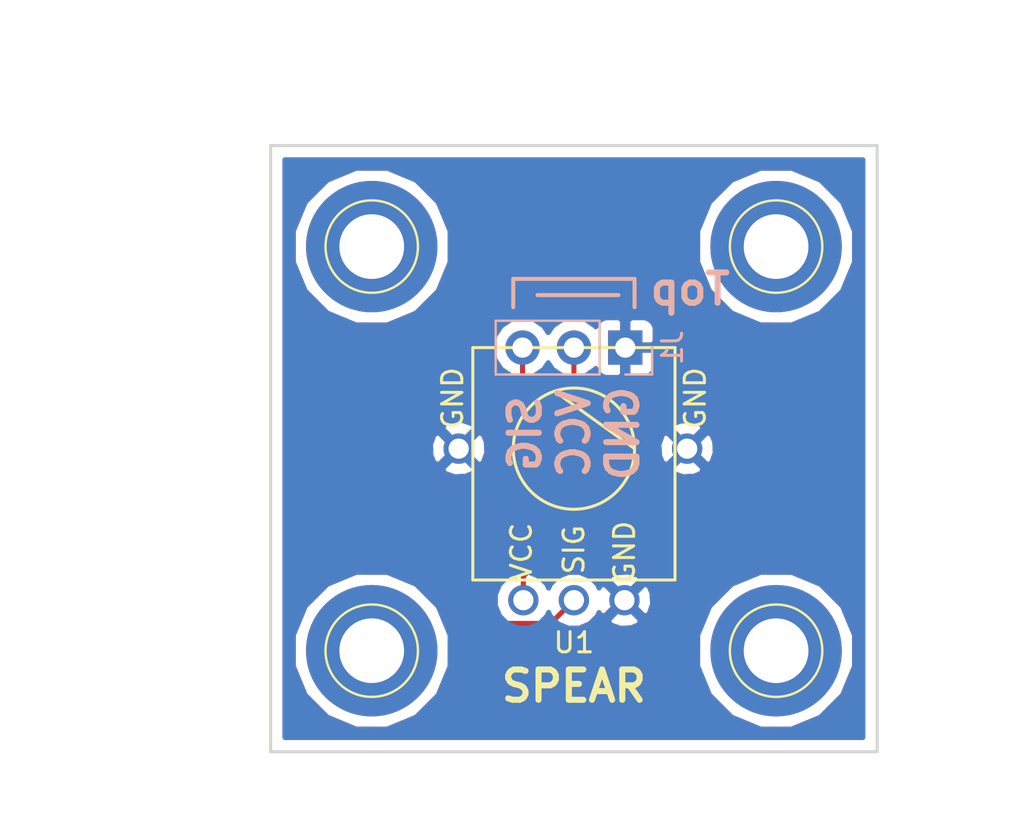
<source format=kicad_pcb>
(kicad_pcb (version 4) (host pcbnew 4.0.7)

  (general
    (links 5)
    (no_connects 0)
    (area 119.924999 84.924999 150.075001 115.075001)
    (thickness 1.6)
    (drawings 17)
    (tracks 9)
    (zones 0)
    (modules 6)
    (nets 4)
  )

  (page A4)
  (layers
    (0 F.Cu signal)
    (31 B.Cu signal)
    (32 B.Adhes user)
    (33 F.Adhes user)
    (34 B.Paste user)
    (35 F.Paste user)
    (36 B.SilkS user)
    (37 F.SilkS user)
    (38 B.Mask user)
    (39 F.Mask user)
    (40 Dwgs.User user)
    (41 Cmts.User user)
    (42 Eco1.User user)
    (43 Eco2.User user)
    (44 Edge.Cuts user)
    (45 Margin user)
    (46 B.CrtYd user)
    (47 F.CrtYd user)
    (48 B.Fab user)
    (49 F.Fab user)
  )

  (setup
    (last_trace_width 0.25)
    (trace_clearance 0.2)
    (zone_clearance 0.508)
    (zone_45_only no)
    (trace_min 0.2)
    (segment_width 0.2)
    (edge_width 0.15)
    (via_size 0.6)
    (via_drill 0.4)
    (via_min_size 0.4)
    (via_min_drill 0.3)
    (uvia_size 0.3)
    (uvia_drill 0.1)
    (uvias_allowed no)
    (uvia_min_size 0.2)
    (uvia_min_drill 0.1)
    (pcb_text_width 0.3)
    (pcb_text_size 1.5 1.5)
    (mod_edge_width 0.15)
    (mod_text_size 1 1)
    (mod_text_width 0.15)
    (pad_size 6.5 6.5)
    (pad_drill 3.2)
    (pad_to_mask_clearance 0.2)
    (aux_axis_origin 120 70)
    (grid_origin 120 115)
    (visible_elements 7FFFFFFF)
    (pcbplotparams
      (layerselection 0x010f0_80000001)
      (usegerberextensions false)
      (excludeedgelayer true)
      (linewidth 0.100000)
      (plotframeref false)
      (viasonmask false)
      (mode 1)
      (useauxorigin false)
      (hpglpennumber 1)
      (hpglpenspeed 20)
      (hpglpendiameter 15)
      (hpglpenoverlay 2)
      (psnegative false)
      (psa4output false)
      (plotreference true)
      (plotvalue true)
      (plotinvisibletext false)
      (padsonsilk false)
      (subtractmaskfromsilk false)
      (outputformat 1)
      (mirror false)
      (drillshape 0)
      (scaleselection 1)
      (outputdirectory Gerbers/))
  )

  (net 0 "")
  (net 1 /GND)
  (net 2 /VCC)
  (net 3 /SIGNAL)

  (net_class Default "This is the default net class."
    (clearance 0.2)
    (trace_width 0.25)
    (via_dia 0.6)
    (via_drill 0.4)
    (uvia_dia 0.3)
    (uvia_drill 0.1)
    (add_net /GND)
    (add_net /SIGNAL)
    (add_net /VCC)
  )

  (module Pin_Headers:Pin_Header_Straight_1x03_Pitch2.54mm (layer B.Cu) (tedit 59650532) (tstamp 5B33A996)
    (at 137.54 95 90)
    (descr "Through hole straight pin header, 1x03, 2.54mm pitch, single row")
    (tags "Through hole pin header THT 1x03 2.54mm single row")
    (path /5B32667A)
    (fp_text reference J1 (at 0 2.33 90) (layer B.SilkS)
      (effects (font (size 1 1) (thickness 0.15)) (justify mirror))
    )
    (fp_text value Conn_01x03 (at 0 -7.41 90) (layer B.Fab)
      (effects (font (size 1 1) (thickness 0.15)) (justify mirror))
    )
    (fp_line (start -0.635 1.27) (end 1.27 1.27) (layer B.Fab) (width 0.1))
    (fp_line (start 1.27 1.27) (end 1.27 -6.35) (layer B.Fab) (width 0.1))
    (fp_line (start 1.27 -6.35) (end -1.27 -6.35) (layer B.Fab) (width 0.1))
    (fp_line (start -1.27 -6.35) (end -1.27 0.635) (layer B.Fab) (width 0.1))
    (fp_line (start -1.27 0.635) (end -0.635 1.27) (layer B.Fab) (width 0.1))
    (fp_line (start -1.33 -6.41) (end 1.33 -6.41) (layer B.SilkS) (width 0.12))
    (fp_line (start -1.33 -1.27) (end -1.33 -6.41) (layer B.SilkS) (width 0.12))
    (fp_line (start 1.33 -1.27) (end 1.33 -6.41) (layer B.SilkS) (width 0.12))
    (fp_line (start -1.33 -1.27) (end 1.33 -1.27) (layer B.SilkS) (width 0.12))
    (fp_line (start -1.33 0) (end -1.33 1.33) (layer B.SilkS) (width 0.12))
    (fp_line (start -1.33 1.33) (end 0 1.33) (layer B.SilkS) (width 0.12))
    (fp_line (start -1.8 1.8) (end -1.8 -6.85) (layer B.CrtYd) (width 0.05))
    (fp_line (start -1.8 -6.85) (end 1.8 -6.85) (layer B.CrtYd) (width 0.05))
    (fp_line (start 1.8 -6.85) (end 1.8 1.8) (layer B.CrtYd) (width 0.05))
    (fp_line (start 1.8 1.8) (end -1.8 1.8) (layer B.CrtYd) (width 0.05))
    (fp_text user %R (at 0 -2.54 360) (layer B.Fab)
      (effects (font (size 1 1) (thickness 0.15)) (justify mirror))
    )
    (pad 1 thru_hole rect (at 0 0 90) (size 1.7 1.7) (drill 1) (layers *.Cu *.Mask)
      (net 1 /GND))
    (pad 2 thru_hole oval (at 0 -2.54 90) (size 1.7 1.7) (drill 1) (layers *.Cu *.Mask)
      (net 2 /VCC))
    (pad 3 thru_hole oval (at 0 -5.08 90) (size 1.7 1.7) (drill 1) (layers *.Cu *.Mask)
      (net 3 /SIGNAL))
    (model ${KISYS3DMOD}/Pin_Headers.3dshapes/Pin_Header_Straight_1x03_Pitch2.54mm.wrl
      (at (xyz 0 0 0))
      (scale (xyz 1 1 1))
      (rotate (xyz 0 0 0))
    )
  )

  (module Connectors:1pin (layer F.Cu) (tedit 5B35C26C) (tstamp 5B33B2E1)
    (at 125 90)
    (descr "module 1 pin (ou trou mecanique de percage)")
    (tags DEV)
    (fp_text reference REF** (at 0 -3.048) (layer F.SilkS) hide
      (effects (font (size 1 1) (thickness 0.15)))
    )
    (fp_text value 1pin (at 0 3) (layer F.Fab)
      (effects (font (size 1 1) (thickness 0.15)))
    )
    (fp_circle (center 0 0) (end 2 0.8) (layer F.Fab) (width 0.1))
    (fp_circle (center 0 0) (end 2.6 0) (layer F.CrtYd) (width 0.05))
    (fp_circle (center 0 0) (end 0 -2.286) (layer F.SilkS) (width 0.12))
    (pad ~ thru_hole circle (at 0 0) (size 6.5 6.5) (drill 3.2) (layers *.Cu *.Mask))
  )

  (module Connectors:1pin (layer F.Cu) (tedit 5B35C274) (tstamp 5B33B2F0)
    (at 145 90)
    (descr "module 1 pin (ou trou mecanique de percage)")
    (tags DEV)
    (fp_text reference REF** (at 0 -3.048) (layer F.SilkS) hide
      (effects (font (size 1 1) (thickness 0.15)))
    )
    (fp_text value 1pin (at 0 3) (layer F.Fab)
      (effects (font (size 1 1) (thickness 0.15)))
    )
    (fp_circle (center 0 0) (end 2 0.8) (layer F.Fab) (width 0.1))
    (fp_circle (center 0 0) (end 2.6 0) (layer F.CrtYd) (width 0.05))
    (fp_circle (center 0 0) (end 0 -2.286) (layer F.SilkS) (width 0.12))
    (pad ~ thru_hole circle (at 0 0) (size 6.5 6.5) (drill 3.2) (layers *.Cu *.Mask))
  )

  (module Connectors:1pin (layer F.Cu) (tedit 5B35C257) (tstamp 5B33B302)
    (at 125 110)
    (descr "module 1 pin (ou trou mecanique de percage)")
    (tags DEV)
    (fp_text reference REF** (at 0 -3.048) (layer F.SilkS) hide
      (effects (font (size 1 1) (thickness 0.15)))
    )
    (fp_text value 1pin (at 0 3) (layer F.Fab)
      (effects (font (size 1 1) (thickness 0.15)))
    )
    (fp_circle (center 0 0) (end 2 0.8) (layer F.Fab) (width 0.1))
    (fp_circle (center 0 0) (end 2.6 0) (layer F.CrtYd) (width 0.05))
    (fp_circle (center 0 0) (end 0 -2.286) (layer F.SilkS) (width 0.12))
    (pad ~ thru_hole circle (at 0 0) (size 6.5 6.5) (drill 3.2) (layers *.Cu *.Mask))
  )

  (module Connectors:1pin (layer F.Cu) (tedit 5B35C262) (tstamp 5B33B312)
    (at 145 110)
    (descr "module 1 pin (ou trou mecanique de percage)")
    (tags DEV)
    (fp_text reference REF** (at 0 -3.048) (layer F.SilkS) hide
      (effects (font (size 1 1) (thickness 0.15)))
    )
    (fp_text value 1pin (at 0 3) (layer F.Fab)
      (effects (font (size 1 1) (thickness 0.15)))
    )
    (fp_circle (center 0 0) (end 2 0.8) (layer F.Fab) (width 0.1))
    (fp_circle (center 0 0) (end 2.6 0) (layer F.CrtYd) (width 0.05))
    (fp_circle (center 0 0) (end 0 -2.286) (layer F.SilkS) (width 0.12))
    (pad ~ thru_hole circle (at 0 0) (size 6.5 6.5) (drill 3.2) (layers *.Cu *.Mask))
  )

  (module pot:Potentiometer (layer F.Cu) (tedit 5B35BFD1) (tstamp 5B35C1CA)
    (at 135 100)
    (path /5B325F2E)
    (fp_text reference U1 (at 0 9.6) (layer F.SilkS)
      (effects (font (size 1 1) (thickness 0.15)))
    )
    (fp_text value Potentiometer (at 0 -5.7) (layer F.Fab)
      (effects (font (size 1 1) (thickness 0.15)))
    )
    (fp_line (start 3 0) (end -0.9 -2.8) (layer F.SilkS) (width 0.15))
    (fp_circle (center 0 0) (end 3 0) (layer F.SilkS) (width 0.15))
    (fp_line (start -5 -5) (end -5 6.5) (layer F.SilkS) (width 0.15))
    (fp_line (start 5 -5) (end -5 -5) (layer F.SilkS) (width 0.15))
    (fp_line (start 5 6.5) (end 5 -5) (layer F.SilkS) (width 0.15))
    (fp_line (start -5 6.5) (end 5 6.5) (layer F.SilkS) (width 0.15))
    (fp_text user GND (at -6 -2.5 90) (layer F.SilkS)
      (effects (font (size 1 1) (thickness 0.15)))
    )
    (fp_text user GND (at 6 -2.5 90) (layer F.SilkS)
      (effects (font (size 1 1) (thickness 0.15)))
    )
    (fp_text user GND (at 2.5 5.1 270) (layer F.SilkS)
      (effects (font (size 1 1) (thickness 0.15)))
    )
    (fp_text user SIG (at 0 5 90) (layer F.SilkS)
      (effects (font (size 1 1) (thickness 0.15)))
    )
    (fp_text user VCC (at -2.6 5.1 270) (layer F.SilkS)
      (effects (font (size 1 1) (thickness 0.15)))
    )
    (pad 1 thru_hole circle (at -2.5 7.5) (size 1.5 1.5) (drill 1) (layers *.Cu *.Mask)
      (net 2 /VCC))
    (pad 2 thru_hole circle (at 0 7.5) (size 1.5 1.5) (drill 1) (layers *.Cu *.Mask)
      (net 3 /SIGNAL))
    (pad 3 thru_hole circle (at 2.5 7.5) (size 1.5 1.5) (drill 1) (layers *.Cu *.Mask)
      (net 1 /GND))
    (pad 4 thru_hole circle (at -5.7 0) (size 1.5 1.5) (drill 1) (layers *.Cu *.Mask)
      (net 1 /GND))
    (pad 5 thru_hole circle (at 5.6 0) (size 1.5 1.5) (drill 1) (layers *.Cu *.Mask)
      (net 1 /GND))
    (model ../../../../../../Users/David/F09115N_38_ASM_cp.wrl
      (at (xyz 0 0 0.45))
      (scale (xyz 1 1 1))
      (rotate (xyz -0 0 0))
    )
  )

  (dimension 20 (width 0.3) (layer Cmts.User)
    (gr_text "20.000 mm" (at 135 79.65) (layer Cmts.User)
      (effects (font (size 1.5 1.5) (thickness 0.3)))
    )
    (feature1 (pts (xy 145 90) (xy 145 78.3)))
    (feature2 (pts (xy 125 90) (xy 125 78.3)))
    (crossbar (pts (xy 125 81) (xy 145 81)))
    (arrow1a (pts (xy 145 81) (xy 143.873496 81.586421)))
    (arrow1b (pts (xy 145 81) (xy 143.873496 80.413579)))
    (arrow2a (pts (xy 125 81) (xy 126.126504 81.586421)))
    (arrow2b (pts (xy 125 81) (xy 126.126504 80.413579)))
  )
  (dimension 20 (width 0.3) (layer Cmts.User)
    (gr_text "20.000 mm" (at 112.9 100 270) (layer Cmts.User)
      (effects (font (size 1.5 1.5) (thickness 0.3)))
    )
    (feature1 (pts (xy 125 110) (xy 111.55 110)))
    (feature2 (pts (xy 125 90) (xy 111.55 90)))
    (crossbar (pts (xy 114.25 90) (xy 114.25 110)))
    (arrow1a (pts (xy 114.25 110) (xy 113.663579 108.873496)))
    (arrow1b (pts (xy 114.25 110) (xy 114.836421 108.873496)))
    (arrow2a (pts (xy 114.25 90) (xy 113.663579 91.126504)))
    (arrow2b (pts (xy 114.25 90) (xy 114.836421 91.126504)))
  )
  (dimension 30 (width 0.3) (layer Cmts.User)
    (gr_text "30.000 mm" (at 154.6 100 90) (layer Cmts.User)
      (effects (font (size 1.5 1.5) (thickness 0.3)))
    )
    (feature1 (pts (xy 150 85) (xy 155.95 85)))
    (feature2 (pts (xy 150 115) (xy 155.95 115)))
    (crossbar (pts (xy 153.25 115) (xy 153.25 85)))
    (arrow1a (pts (xy 153.25 85) (xy 153.836421 86.126504)))
    (arrow1b (pts (xy 153.25 85) (xy 152.663579 86.126504)))
    (arrow2a (pts (xy 153.25 115) (xy 153.836421 113.873496)))
    (arrow2b (pts (xy 153.25 115) (xy 152.663579 113.873496)))
  )
  (dimension 30 (width 0.3) (layer Cmts.User)
    (gr_text "30.000 mm" (at 135 119.349999) (layer Cmts.User)
      (effects (font (size 1.5 1.5) (thickness 0.3)))
    )
    (feature1 (pts (xy 150 115) (xy 150 120.699999)))
    (feature2 (pts (xy 120 115) (xy 120 120.699999)))
    (crossbar (pts (xy 120 117.999999) (xy 150 117.999999)))
    (arrow1a (pts (xy 150 117.999999) (xy 148.873496 118.58642)))
    (arrow1b (pts (xy 150 117.999999) (xy 148.873496 117.413578)))
    (arrow2a (pts (xy 120 117.999999) (xy 121.126504 118.58642)))
    (arrow2b (pts (xy 120 117.999999) (xy 121.126504 117.413578)))
  )
  (gr_line (start 150 85) (end 150 115) (layer Edge.Cuts) (width 0.15))
  (gr_line (start 120 85) (end 150 85) (layer Edge.Cuts) (width 0.15))
  (gr_line (start 120 115) (end 120 85) (layer Edge.Cuts) (width 0.15))
  (gr_line (start 150 115) (end 150 115) (layer Edge.Cuts) (width 0.15))
  (gr_text SPEAR (at 135 111.75) (layer F.SilkS)
    (effects (font (size 1.5 1.5) (thickness 0.3)))
  )
  (gr_text Top (at 140.75 92.1) (layer B.SilkS)
    (effects (font (size 1.5 1.5) (thickness 0.3)) (justify mirror))
  )
  (gr_line (start 137.2 92.4) (end 133.2 92.4) (layer B.SilkS) (width 0.2))
  (gr_line (start 138 92.4) (end 138 93) (layer B.SilkS) (width 0.2))
  (gr_line (start 132 91.6) (end 132 93) (layer B.SilkS) (width 0.2))
  (gr_line (start 138 91.6) (end 132 91.6) (layer B.SilkS) (width 0.2))
  (gr_line (start 138 92.4) (end 138 91.6) (layer B.SilkS) (width 0.2))
  (gr_text "SIG\nVCC\nGND" (at 135 99.25 90) (layer B.SilkS)
    (effects (font (size 1.5 1.5) (thickness 0.3)) (justify mirror))
  )
  (gr_line (start 150 115) (end 120 115) (layer Edge.Cuts) (width 0.15))

  (segment (start 132.5 106.31) (end 135 103.81) (width 0.25) (layer F.Cu) (net 2))
  (segment (start 135 103.81) (end 135 95) (width 0.25) (layer F.Cu) (net 2))
  (segment (start 132.5 107.5) (end 132.5 106.31) (width 0.25) (layer F.Cu) (net 2))
  (segment (start 135 107.5) (end 133.85 108.65) (width 0.25) (layer F.Cu) (net 3))
  (segment (start 133.85 108.65) (end 131.43 108.65) (width 0.25) (layer F.Cu) (net 3))
  (segment (start 131.43 108.65) (end 130.16 107.38) (width 0.25) (layer F.Cu) (net 3))
  (segment (start 130.16 107.38) (end 130.16 104.84) (width 0.25) (layer F.Cu) (net 3))
  (segment (start 130.16 104.84) (end 132.46 102.54) (width 0.25) (layer F.Cu) (net 3))
  (segment (start 132.46 102.54) (end 132.46 95) (width 0.25) (layer F.Cu) (net 3))

  (zone (net 1) (net_name /GND) (layer F.Cu) (tstamp 0) (hatch edge 0.508)
    (connect_pads (clearance 0.508))
    (min_thickness 0.254)
    (fill yes (arc_segments 16) (thermal_gap 0.508) (thermal_bridge_width 0.508))
    (polygon
      (pts
        (xy 120.25 85.25) (xy 149.75 85.25) (xy 149.75 114.75) (xy 120.25 114.75)
      )
    )
    (filled_polygon
      (pts
        (xy 149.29 114.29) (xy 120.71 114.29) (xy 120.71 110.769384) (xy 121.114327 110.769384) (xy 121.704537 112.197801)
        (xy 122.796451 113.291623) (xy 124.223835 113.884324) (xy 125.769384 113.885673) (xy 127.197801 113.295463) (xy 128.291623 112.203549)
        (xy 128.884324 110.776165) (xy 128.884329 110.769384) (xy 141.114327 110.769384) (xy 141.704537 112.197801) (xy 142.796451 113.291623)
        (xy 144.223835 113.884324) (xy 145.769384 113.885673) (xy 147.197801 113.295463) (xy 148.291623 112.203549) (xy 148.884324 110.776165)
        (xy 148.885673 109.230616) (xy 148.295463 107.802199) (xy 147.203549 106.708377) (xy 145.776165 106.115676) (xy 144.230616 106.114327)
        (xy 142.802199 106.704537) (xy 141.708377 107.796451) (xy 141.115676 109.223835) (xy 141.114327 110.769384) (xy 128.884329 110.769384)
        (xy 128.885673 109.230616) (xy 128.295463 107.802199) (xy 127.203549 106.708377) (xy 125.776165 106.115676) (xy 124.230616 106.114327)
        (xy 122.802199 106.704537) (xy 121.708377 107.796451) (xy 121.115676 109.223835) (xy 121.114327 110.769384) (xy 120.71 110.769384)
        (xy 120.71 104.84) (xy 129.4 104.84) (xy 129.4 107.38) (xy 129.457852 107.670839) (xy 129.622599 107.917401)
        (xy 130.892599 109.187401) (xy 131.13916 109.352148) (xy 131.43 109.41) (xy 133.85 109.41) (xy 134.140839 109.352148)
        (xy 134.387401 109.187401) (xy 134.6998 108.875002) (xy 134.723298 108.884759) (xy 135.274285 108.88524) (xy 135.783515 108.674831)
        (xy 135.987183 108.471517) (xy 136.708088 108.471517) (xy 136.776077 108.71246) (xy 137.295171 108.897201) (xy 137.845448 108.86923)
        (xy 138.223923 108.71246) (xy 138.291912 108.471517) (xy 137.5 107.679605) (xy 136.708088 108.471517) (xy 135.987183 108.471517)
        (xy 136.173461 108.285564) (xy 136.243353 108.117246) (xy 136.28754 108.223923) (xy 136.528483 108.291912) (xy 137.320395 107.5)
        (xy 137.679605 107.5) (xy 138.471517 108.291912) (xy 138.71246 108.223923) (xy 138.897201 107.704829) (xy 138.86923 107.154552)
        (xy 138.71246 106.776077) (xy 138.471517 106.708088) (xy 137.679605 107.5) (xy 137.320395 107.5) (xy 136.528483 106.708088)
        (xy 136.28754 106.776077) (xy 136.246778 106.890611) (xy 136.174831 106.716485) (xy 135.987157 106.528483) (xy 136.708088 106.528483)
        (xy 137.5 107.320395) (xy 138.291912 106.528483) (xy 138.223923 106.28754) (xy 137.704829 106.102799) (xy 137.154552 106.13077)
        (xy 136.776077 106.28754) (xy 136.708088 106.528483) (xy 135.987157 106.528483) (xy 135.785564 106.326539) (xy 135.276702 106.115241)
        (xy 134.725715 106.11476) (xy 134.216485 106.325169) (xy 133.826539 106.714436) (xy 133.750073 106.898586) (xy 133.674831 106.716485)
        (xy 133.421795 106.463007) (xy 135.537401 104.347401) (xy 135.702148 104.100839) (xy 135.76 103.81) (xy 135.76 100.971517)
        (xy 139.808088 100.971517) (xy 139.876077 101.21246) (xy 140.395171 101.397201) (xy 140.945448 101.36923) (xy 141.323923 101.21246)
        (xy 141.391912 100.971517) (xy 140.6 100.179605) (xy 139.808088 100.971517) (xy 135.76 100.971517) (xy 135.76 99.795171)
        (xy 139.202799 99.795171) (xy 139.23077 100.345448) (xy 139.38754 100.723923) (xy 139.628483 100.791912) (xy 140.420395 100)
        (xy 140.779605 100) (xy 141.571517 100.791912) (xy 141.81246 100.723923) (xy 141.997201 100.204829) (xy 141.96923 99.654552)
        (xy 141.81246 99.276077) (xy 141.571517 99.208088) (xy 140.779605 100) (xy 140.420395 100) (xy 139.628483 99.208088)
        (xy 139.38754 99.276077) (xy 139.202799 99.795171) (xy 135.76 99.795171) (xy 135.76 99.028483) (xy 139.808088 99.028483)
        (xy 140.6 99.820395) (xy 141.391912 99.028483) (xy 141.323923 98.78754) (xy 140.804829 98.602799) (xy 140.254552 98.63077)
        (xy 139.876077 98.78754) (xy 139.808088 99.028483) (xy 135.76 99.028483) (xy 135.76 96.272954) (xy 136.050054 96.079147)
        (xy 136.079403 96.035223) (xy 136.151673 96.209698) (xy 136.330301 96.388327) (xy 136.56369 96.485) (xy 137.25425 96.485)
        (xy 137.413 96.32625) (xy 137.413 95.127) (xy 137.667 95.127) (xy 137.667 96.32625) (xy 137.82575 96.485)
        (xy 138.51631 96.485) (xy 138.749699 96.388327) (xy 138.928327 96.209698) (xy 139.025 95.976309) (xy 139.025 95.28575)
        (xy 138.86625 95.127) (xy 137.667 95.127) (xy 137.413 95.127) (xy 137.393 95.127) (xy 137.393 94.873)
        (xy 137.413 94.873) (xy 137.413 93.67375) (xy 137.667 93.67375) (xy 137.667 94.873) (xy 138.86625 94.873)
        (xy 139.025 94.71425) (xy 139.025 94.023691) (xy 138.928327 93.790302) (xy 138.749699 93.611673) (xy 138.51631 93.515)
        (xy 137.82575 93.515) (xy 137.667 93.67375) (xy 137.413 93.67375) (xy 137.25425 93.515) (xy 136.56369 93.515)
        (xy 136.330301 93.611673) (xy 136.151673 93.790302) (xy 136.079403 93.964777) (xy 136.050054 93.920853) (xy 135.568285 93.598946)
        (xy 135 93.485907) (xy 134.431715 93.598946) (xy 133.949946 93.920853) (xy 133.73 94.250026) (xy 133.510054 93.920853)
        (xy 133.028285 93.598946) (xy 132.46 93.485907) (xy 131.891715 93.598946) (xy 131.409946 93.920853) (xy 131.088039 94.402622)
        (xy 130.975 94.970907) (xy 130.975 95.029093) (xy 131.088039 95.597378) (xy 131.409946 96.079147) (xy 131.7 96.272954)
        (xy 131.7 102.225198) (xy 129.622599 104.302599) (xy 129.457852 104.549161) (xy 129.4 104.84) (xy 120.71 104.84)
        (xy 120.71 100.971517) (xy 128.508088 100.971517) (xy 128.576077 101.21246) (xy 129.095171 101.397201) (xy 129.645448 101.36923)
        (xy 130.023923 101.21246) (xy 130.091912 100.971517) (xy 129.3 100.179605) (xy 128.508088 100.971517) (xy 120.71 100.971517)
        (xy 120.71 99.795171) (xy 127.902799 99.795171) (xy 127.93077 100.345448) (xy 128.08754 100.723923) (xy 128.328483 100.791912)
        (xy 129.120395 100) (xy 129.479605 100) (xy 130.271517 100.791912) (xy 130.51246 100.723923) (xy 130.697201 100.204829)
        (xy 130.66923 99.654552) (xy 130.51246 99.276077) (xy 130.271517 99.208088) (xy 129.479605 100) (xy 129.120395 100)
        (xy 128.328483 99.208088) (xy 128.08754 99.276077) (xy 127.902799 99.795171) (xy 120.71 99.795171) (xy 120.71 99.028483)
        (xy 128.508088 99.028483) (xy 129.3 99.820395) (xy 130.091912 99.028483) (xy 130.023923 98.78754) (xy 129.504829 98.602799)
        (xy 128.954552 98.63077) (xy 128.576077 98.78754) (xy 128.508088 99.028483) (xy 120.71 99.028483) (xy 120.71 90.769384)
        (xy 121.114327 90.769384) (xy 121.704537 92.197801) (xy 122.796451 93.291623) (xy 124.223835 93.884324) (xy 125.769384 93.885673)
        (xy 127.197801 93.295463) (xy 128.291623 92.203549) (xy 128.884324 90.776165) (xy 128.884329 90.769384) (xy 141.114327 90.769384)
        (xy 141.704537 92.197801) (xy 142.796451 93.291623) (xy 144.223835 93.884324) (xy 145.769384 93.885673) (xy 147.197801 93.295463)
        (xy 148.291623 92.203549) (xy 148.884324 90.776165) (xy 148.885673 89.230616) (xy 148.295463 87.802199) (xy 147.203549 86.708377)
        (xy 145.776165 86.115676) (xy 144.230616 86.114327) (xy 142.802199 86.704537) (xy 141.708377 87.796451) (xy 141.115676 89.223835)
        (xy 141.114327 90.769384) (xy 128.884329 90.769384) (xy 128.885673 89.230616) (xy 128.295463 87.802199) (xy 127.203549 86.708377)
        (xy 125.776165 86.115676) (xy 124.230616 86.114327) (xy 122.802199 86.704537) (xy 121.708377 87.796451) (xy 121.115676 89.223835)
        (xy 121.114327 90.769384) (xy 120.71 90.769384) (xy 120.71 85.71) (xy 149.29 85.71)
      )
    )
  )
  (zone (net 1) (net_name /GND) (layer B.Cu) (tstamp 0) (hatch edge 0.508)
    (connect_pads (clearance 0.508))
    (min_thickness 0.254)
    (fill yes (arc_segments 16) (thermal_gap 0.508) (thermal_bridge_width 0.508))
    (polygon
      (pts
        (xy 120.25 85.25) (xy 149.75 85.25) (xy 149.75 114.75) (xy 120.25 114.75)
      )
    )
    (filled_polygon
      (pts
        (xy 149.29 114.29) (xy 120.71 114.29) (xy 120.71 110.769384) (xy 121.114327 110.769384) (xy 121.704537 112.197801)
        (xy 122.796451 113.291623) (xy 124.223835 113.884324) (xy 125.769384 113.885673) (xy 127.197801 113.295463) (xy 128.291623 112.203549)
        (xy 128.884324 110.776165) (xy 128.884329 110.769384) (xy 141.114327 110.769384) (xy 141.704537 112.197801) (xy 142.796451 113.291623)
        (xy 144.223835 113.884324) (xy 145.769384 113.885673) (xy 147.197801 113.295463) (xy 148.291623 112.203549) (xy 148.884324 110.776165)
        (xy 148.885673 109.230616) (xy 148.295463 107.802199) (xy 147.203549 106.708377) (xy 145.776165 106.115676) (xy 144.230616 106.114327)
        (xy 142.802199 106.704537) (xy 141.708377 107.796451) (xy 141.115676 109.223835) (xy 141.114327 110.769384) (xy 128.884329 110.769384)
        (xy 128.885673 109.230616) (xy 128.295463 107.802199) (xy 128.267598 107.774285) (xy 131.11476 107.774285) (xy 131.325169 108.283515)
        (xy 131.714436 108.673461) (xy 132.223298 108.884759) (xy 132.774285 108.88524) (xy 133.283515 108.674831) (xy 133.673461 108.285564)
        (xy 133.749927 108.101414) (xy 133.825169 108.283515) (xy 134.214436 108.673461) (xy 134.723298 108.884759) (xy 135.274285 108.88524)
        (xy 135.783515 108.674831) (xy 135.987183 108.471517) (xy 136.708088 108.471517) (xy 136.776077 108.71246) (xy 137.295171 108.897201)
        (xy 137.845448 108.86923) (xy 138.223923 108.71246) (xy 138.291912 108.471517) (xy 137.5 107.679605) (xy 136.708088 108.471517)
        (xy 135.987183 108.471517) (xy 136.173461 108.285564) (xy 136.243353 108.117246) (xy 136.28754 108.223923) (xy 136.528483 108.291912)
        (xy 137.320395 107.5) (xy 137.679605 107.5) (xy 138.471517 108.291912) (xy 138.71246 108.223923) (xy 138.897201 107.704829)
        (xy 138.86923 107.154552) (xy 138.71246 106.776077) (xy 138.471517 106.708088) (xy 137.679605 107.5) (xy 137.320395 107.5)
        (xy 136.528483 106.708088) (xy 136.28754 106.776077) (xy 136.246778 106.890611) (xy 136.174831 106.716485) (xy 135.987157 106.528483)
        (xy 136.708088 106.528483) (xy 137.5 107.320395) (xy 138.291912 106.528483) (xy 138.223923 106.28754) (xy 137.704829 106.102799)
        (xy 137.154552 106.13077) (xy 136.776077 106.28754) (xy 136.708088 106.528483) (xy 135.987157 106.528483) (xy 135.785564 106.326539)
        (xy 135.276702 106.115241) (xy 134.725715 106.11476) (xy 134.216485 106.325169) (xy 133.826539 106.714436) (xy 133.750073 106.898586)
        (xy 133.674831 106.716485) (xy 133.285564 106.326539) (xy 132.776702 106.115241) (xy 132.225715 106.11476) (xy 131.716485 106.325169)
        (xy 131.326539 106.714436) (xy 131.115241 107.223298) (xy 131.11476 107.774285) (xy 128.267598 107.774285) (xy 127.203549 106.708377)
        (xy 125.776165 106.115676) (xy 124.230616 106.114327) (xy 122.802199 106.704537) (xy 121.708377 107.796451) (xy 121.115676 109.223835)
        (xy 121.114327 110.769384) (xy 120.71 110.769384) (xy 120.71 100.971517) (xy 128.508088 100.971517) (xy 128.576077 101.21246)
        (xy 129.095171 101.397201) (xy 129.645448 101.36923) (xy 130.023923 101.21246) (xy 130.091912 100.971517) (xy 139.808088 100.971517)
        (xy 139.876077 101.21246) (xy 140.395171 101.397201) (xy 140.945448 101.36923) (xy 141.323923 101.21246) (xy 141.391912 100.971517)
        (xy 140.6 100.179605) (xy 139.808088 100.971517) (xy 130.091912 100.971517) (xy 129.3 100.179605) (xy 128.508088 100.971517)
        (xy 120.71 100.971517) (xy 120.71 99.795171) (xy 127.902799 99.795171) (xy 127.93077 100.345448) (xy 128.08754 100.723923)
        (xy 128.328483 100.791912) (xy 129.120395 100) (xy 129.479605 100) (xy 130.271517 100.791912) (xy 130.51246 100.723923)
        (xy 130.697201 100.204829) (xy 130.676378 99.795171) (xy 139.202799 99.795171) (xy 139.23077 100.345448) (xy 139.38754 100.723923)
        (xy 139.628483 100.791912) (xy 140.420395 100) (xy 140.779605 100) (xy 141.571517 100.791912) (xy 141.81246 100.723923)
        (xy 141.997201 100.204829) (xy 141.96923 99.654552) (xy 141.81246 99.276077) (xy 141.571517 99.208088) (xy 140.779605 100)
        (xy 140.420395 100) (xy 139.628483 99.208088) (xy 139.38754 99.276077) (xy 139.202799 99.795171) (xy 130.676378 99.795171)
        (xy 130.66923 99.654552) (xy 130.51246 99.276077) (xy 130.271517 99.208088) (xy 129.479605 100) (xy 129.120395 100)
        (xy 128.328483 99.208088) (xy 128.08754 99.276077) (xy 127.902799 99.795171) (xy 120.71 99.795171) (xy 120.71 99.028483)
        (xy 128.508088 99.028483) (xy 129.3 99.820395) (xy 130.091912 99.028483) (xy 139.808088 99.028483) (xy 140.6 99.820395)
        (xy 141.391912 99.028483) (xy 141.323923 98.78754) (xy 140.804829 98.602799) (xy 140.254552 98.63077) (xy 139.876077 98.78754)
        (xy 139.808088 99.028483) (xy 130.091912 99.028483) (xy 130.023923 98.78754) (xy 129.504829 98.602799) (xy 128.954552 98.63077)
        (xy 128.576077 98.78754) (xy 128.508088 99.028483) (xy 120.71 99.028483) (xy 120.71 94.970907) (xy 130.975 94.970907)
        (xy 130.975 95.029093) (xy 131.088039 95.597378) (xy 131.409946 96.079147) (xy 131.891715 96.401054) (xy 132.46 96.514093)
        (xy 133.028285 96.401054) (xy 133.510054 96.079147) (xy 133.73 95.749974) (xy 133.949946 96.079147) (xy 134.431715 96.401054)
        (xy 135 96.514093) (xy 135.568285 96.401054) (xy 136.050054 96.079147) (xy 136.079403 96.035223) (xy 136.151673 96.209698)
        (xy 136.330301 96.388327) (xy 136.56369 96.485) (xy 137.25425 96.485) (xy 137.413 96.32625) (xy 137.413 95.127)
        (xy 137.667 95.127) (xy 137.667 96.32625) (xy 137.82575 96.485) (xy 138.51631 96.485) (xy 138.749699 96.388327)
        (xy 138.928327 96.209698) (xy 139.025 95.976309) (xy 139.025 95.28575) (xy 138.86625 95.127) (xy 137.667 95.127)
        (xy 137.413 95.127) (xy 137.393 95.127) (xy 137.393 94.873) (xy 137.413 94.873) (xy 137.413 93.67375)
        (xy 137.667 93.67375) (xy 137.667 94.873) (xy 138.86625 94.873) (xy 139.025 94.71425) (xy 139.025 94.023691)
        (xy 138.928327 93.790302) (xy 138.749699 93.611673) (xy 138.51631 93.515) (xy 137.82575 93.515) (xy 137.667 93.67375)
        (xy 137.413 93.67375) (xy 137.25425 93.515) (xy 136.56369 93.515) (xy 136.330301 93.611673) (xy 136.151673 93.790302)
        (xy 136.079403 93.964777) (xy 136.050054 93.920853) (xy 135.568285 93.598946) (xy 135 93.485907) (xy 134.431715 93.598946)
        (xy 133.949946 93.920853) (xy 133.73 94.250026) (xy 133.510054 93.920853) (xy 133.028285 93.598946) (xy 132.46 93.485907)
        (xy 131.891715 93.598946) (xy 131.409946 93.920853) (xy 131.088039 94.402622) (xy 130.975 94.970907) (xy 120.71 94.970907)
        (xy 120.71 90.769384) (xy 121.114327 90.769384) (xy 121.704537 92.197801) (xy 122.796451 93.291623) (xy 124.223835 93.884324)
        (xy 125.769384 93.885673) (xy 127.197801 93.295463) (xy 128.291623 92.203549) (xy 128.884324 90.776165) (xy 128.884329 90.769384)
        (xy 141.114327 90.769384) (xy 141.704537 92.197801) (xy 142.796451 93.291623) (xy 144.223835 93.884324) (xy 145.769384 93.885673)
        (xy 147.197801 93.295463) (xy 148.291623 92.203549) (xy 148.884324 90.776165) (xy 148.885673 89.230616) (xy 148.295463 87.802199)
        (xy 147.203549 86.708377) (xy 145.776165 86.115676) (xy 144.230616 86.114327) (xy 142.802199 86.704537) (xy 141.708377 87.796451)
        (xy 141.115676 89.223835) (xy 141.114327 90.769384) (xy 128.884329 90.769384) (xy 128.885673 89.230616) (xy 128.295463 87.802199)
        (xy 127.203549 86.708377) (xy 125.776165 86.115676) (xy 124.230616 86.114327) (xy 122.802199 86.704537) (xy 121.708377 87.796451)
        (xy 121.115676 89.223835) (xy 121.114327 90.769384) (xy 120.71 90.769384) (xy 120.71 85.71) (xy 149.29 85.71)
      )
    )
  )
)

</source>
